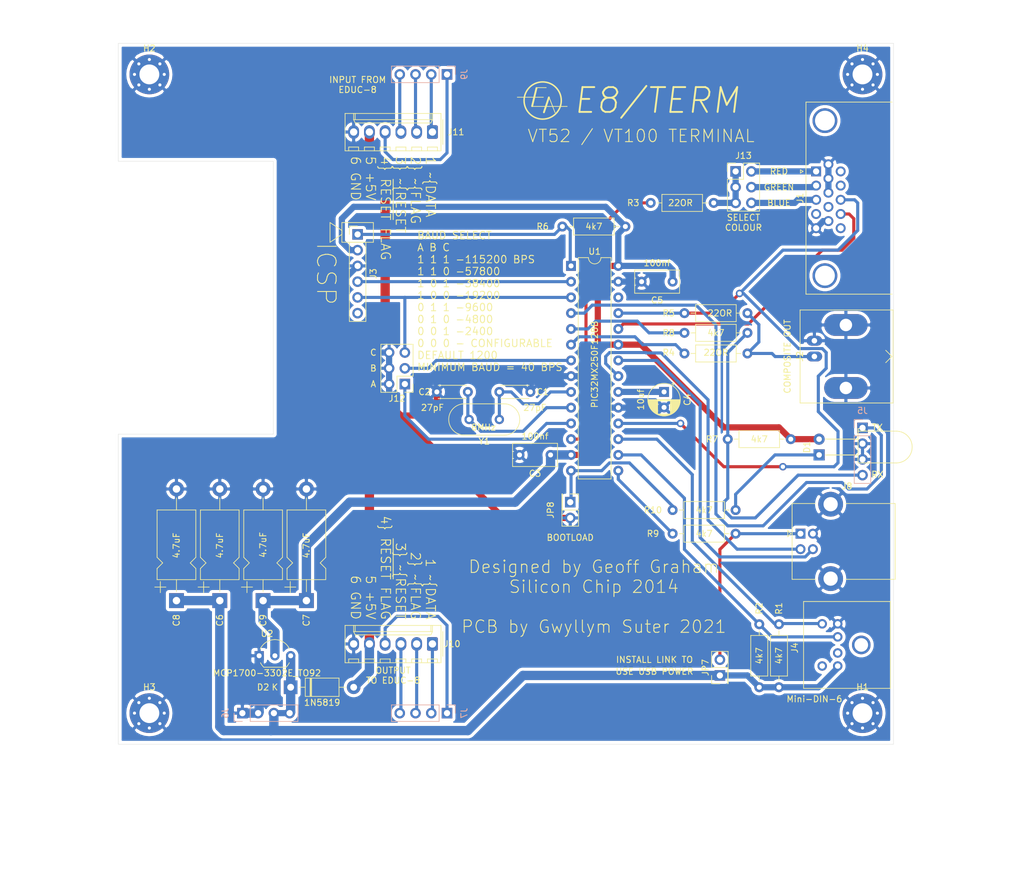
<source format=kicad_pcb>
(kicad_pcb (version 20211014) (generator pcbnew)
  (layers (0 "F.Cu" signal) (31 "B.Cu" signal) (34 "B.Paste" user) (35 "F.Paste" user) (36 "B.SilkS" user "B.Silkscreen") (37 "F.SilkS" user "F.Silkscreen") (38 "B.Mask" user) (39 "F.Mask" user) (44 "Edge.Cuts" user))
  (net 0 "")
  (net 1 "Net-(J1-Pad15)")
  (net 2 "V_SYNC")
  (net 3 "H_SYNC")
  (net 4 "Net-(J1-Pad12)")
  (net 5 "Net-(J1-Pad11)")
  (net 6 "Net-(J1-Pad9)")
  (net 7 "Net-(J1-Pad4)")
  (net 8 "B")
  (net 9 "Net-(U1-Pad26)")
  (net 10 "Net-(D1-Pad1)")
  (net 11 "Net-(J4-Pad6)")
  (net 12 "+5V")
  (net 13 "GND")
  (net 14 "Net-(J4-Pad2)")
  (net 15 "/BLUE")
  (net 16 "/GREEN")
  (net 17 "/RED")
  (net 18 "Net-(J2-Pad1)")
  (net 19 "VIDEO")
  (net 20 "C_VIDEO")
  (net 21 "Net-(J3-Pad6)")
  (net 22 "C")
  (net 23 "PGD")
  (net 24 "+3V3")
  (net 25 "~{MCLR}")
  (net 26 "A")
  (net 27 "Net-(C1-Pad1)")
  (net 28 "Net-(C2-Pad1)")
  (net 29 "Net-(J5-Pad4)")
  (net 30 "RX")
  (net 31 "TX")
  (net 32 "Net-(C4-Pad1)")
  (net 33 "CLOCK")
  (net 34 "DATA")
  (net 35 "D+")
  (net 36 "D-")
  (net 37 "Net-(J8-Pad1)")
  (net 38 "Net-(JP8-Pad1)")
  (net 39 "VBUS")
  (net 40 "rst")
  (net 41 "flag")
  (net 42 "data")
  (net 43 "clock")
  (net 44 "I_rst")
  (net 45 "I_flag")
  (net 46 "I_data")
  (net 47 "I_clock")
  (net 48 "Net-(D2-Pad2)")
  (net 49 "Net-(J13-Pad1)")
  (footprint "Connector_Dsub:DSUB-15-HD_Female_Horizontal_P2.29x1.98mm_EdgePinOffset8.35mm_Housed_MountingHolesOffset10.89mm" (layer "F.Cu") (at 142.52 40.64 90)
    (fp_text reference "J1")
    (fp_text value "DB15_Female_HighDensity")
  )
  (footprint "Altronics:6_pin_mini_din" (layer "F.Cu") (at 146 117 -90)
    (fp_text reference "J4")
    (fp_text value "Mini-DIN-6")
  )
  (footprint "Connector_Coaxial:BNC_Amphenol_B6252HB-NPP3G-50_Horizontal" (layer "F.Cu") (at 142.24 70.485 -90)
    (fp_text reference "J2")
    (fp_text value "COMPOSITE OUT")
  )
  (footprint "Resistor_THT:R_Axial_DIN0207_L6.3mm_D2.5mm_P10.16mm_Horizontal" (layer "F.Cu") (at 136.525 113.665 -90)
    (fp_text reference "R1")
    (fp_text value "4k7")
  )
  (footprint "Resistor_THT:R_Axial_DIN0207_L6.3mm_D2.5mm_P10.16mm_Horizontal" (layer "F.Cu") (at 126 45.72 180)
    (fp_text reference "R3")
    (fp_text value "22OR")
  )
  (footprint "Resistor_THT:R_Axial_DIN0207_L6.3mm_D2.5mm_P10.16mm_Horizontal" (layer "F.Cu") (at 131.445 70 180)
    (fp_text reference "R4")
    (fp_text value "22OR")
  )
  (footprint "Resistor_THT:R_Axial_DIN0207_L6.3mm_D2.5mm_P10.16mm_Horizontal" (layer "F.Cu") (at 131.445 63.5 180)
    (fp_text reference "R5")
    (fp_text value "22OR")
  )
  (footprint "Package_DIP:DIP-28_W7.62mm" (layer "F.Cu") (at 103 55.88)
    (fp_text reference "U1")
    (fp_text value "PIC32MX250F128B")
  )
  (footprint "Connector_PinHeader_2.54mm:PinHeader_1x06_P2.54mm_Vertical" (layer "F.Cu") (at 68.58 50.8)
    (fp_text reference "J3")
    (fp_text value "ICSP")
  )
  (footprint "Resistor_THT:R_Axial_DIN0207_L6.3mm_D2.5mm_P10.16mm_Horizontal" (layer "F.Cu") (at 101.6 49.53)
    (fp_text reference "R6")
    (fp_text value "4k7")
  )
  (footprint "Capacitor_THT:C_Disc_D4.3mm_W1.9mm_P5.00mm" (layer "F.Cu") (at 91.44 76.2)
    (fp_text reference "C1")
    (fp_text value "27pF")
  )
  (footprint "Capacitor_THT:C_Disc_D4.3mm_W1.9mm_P5.00mm" (layer "F.Cu") (at 86.36 76.2 180)
    (fp_text reference "C2")
    (fp_text value "27pF")
  )
  (footprint "Resistor_THT:R_Axial_DIN0207_L6.3mm_D2.5mm_P10.16mm_Horizontal" (layer "F.Cu") (at 133.35 113.665 -90)
    (fp_text reference "R2")
    (fp_text value "4k7")
  )
  (footprint "Resistor_THT:R_Axial_DIN0207_L6.3mm_D2.5mm_P10.16mm_Horizontal" (layer "F.Cu") (at 128.27 83.82)
    (fp_text reference "R7")
    (fp_text value "4k7")
  )
  (footprint "Resistor_THT:R_Axial_DIN0207_L6.3mm_D2.5mm_P10.16mm_Horizontal" (layer "F.Cu") (at 121.285 66.675)
    (fp_text reference "R8")
    (fp_text value "4k7")
  )
  (footprint "Crystal:Crystal_HC49-4H_Vertical" (layer "F.Cu") (at 91.44 80.645 180)
    (fp_text reference "Y1")
    (fp_text value "8MHz")
  )
  (footprint "MountingHole:MountingHole_3.2mm_M3_Pad_Via" (layer "F.Cu") (at 150 128)
    (fp_text reference "H1")
    (fp_text value "M3")
  )
  (footprint "MountingHole:MountingHole_3.2mm_M3_Pad_Via" (layer "F.Cu") (at 35 25)
    (fp_text reference "H2")
    (fp_text value "M3")
  )
  (footprint "MountingHole:MountingHole_3.2mm_M3_Pad_Via" (layer "F.Cu") (at 150 25)
    (fp_text reference "H4")
    (fp_text value "M3")
  )
  (footprint "Capacitor_THT:C_Rect_L7.0mm_W3.5mm_P5.00mm" (layer "F.Cu") (at 99.695 86.36 180)
    (fp_text reference "C3")
    (fp_text value "100nf")
  )
  (footprint "Capacitor_THT:CP_Radial_D5.0mm_P2.50mm" (layer "F.Cu") (at 118 76.2 -90)
    (fp_text reference "C4")
    (fp_text value "10uf")
  )
  (footprint "Capacitor_THT:C_Rect_L7.0mm_W3.5mm_P5.00mm" (layer "F.Cu") (at 119.38 58.42 180)
    (fp_text reference "C5")
    (fp_text value "100nf")
  )
  (footprint "LED_THT:LED_D5.0mm_Horizontal_O6.35mm_Z3.0mm" (layer "F.Cu") (at 143 86.36 90)
    (fp_text reference "D1")
    (fp_text value "LED")
  )
  (footprint "Connector_USB:USB_B_Lumberg_2411_02_Horizontal" (layer "F.Cu") (at 140 99.06)
    (fp_text reference "J8")
    (fp_text value "USB_B")
  )
  (footprint "Connector_PinHeader_2.54mm:PinHeader_2x01_P2.54mm_Vertical" (layer "F.Cu") (at 127 121.92 90)
    (fp_text reference "JP7")
    (fp_text value "USE USB POWER ")
  )
  (footprint "Connector_PinHeader_2.54mm:PinHeader_2x01_P2.54mm_Vertical" (layer "F.Cu") (at 102.87 93.98 -90)
    (fp_text reference "JP8")
    (fp_text value "BOOTLOAD")
  )
  (footprint "Resistor_THT:R_Axial_DIN0207_L6.3mm_D2.5mm_P10.16mm_Horizontal" (layer "F.Cu") (at 119.38 99.06)
    (fp_text reference "R9")
    (fp_text value "4k7")
  )
  (footprint "Resistor_THT:R_Axial_DIN0207_L6.3mm_D2.5mm_P10.16mm_Horizontal" (layer "F.Cu") (at 119.38 95.25)
    (fp_text reference "R10")
    (fp_text value "4k7")
  )
  (footprint "Package_TO_SOT_THT:TO-92_Inline_Wide" (layer "F.Cu") (at 52.705 118.745)
    (fp_text reference "U2")
    (fp_text value "MCP1700-3302E_TO92")
  )
  (footprint "Connector_Molex:Molex_KK-254_AE-6410-06A_1x06_P2.54mm_Vertical" (layer "F.Cu") (at 80.645 116.84 180)
    (fp_text reference "J10")
    (fp_text value "Conn_01x06_Male")
  )
  (footprint "Connector_Molex:Molex_KK-254_AE-6410-06A_1x06_P2.54mm_Vertical" (layer "F.Cu") (at 80.645 34.29 180)
    (fp_text reference "J11")
    (fp_text value "Conn_01x06_Male")
  )
  (footprint "EDUC-8:EA_Symbol" (layer "F.Cu") (at 98.425 29.21)
    (fp_text reference "REF**" hide)
    (fp_text value "EA_Symbol" hide)
  )
  (footprint "Capacitor_THT:CP_Axial_L11.0mm_D6.0mm_P18.00mm_Horizontal" (layer "F.Cu") (at 46.355 109.855 90)
    (fp_text reference "C6")
    (fp_text value "4.7uF")
  )
  (footprint "Capacitor_THT:CP_Axial_L11.0mm_D6.0mm_P18.00mm_Horizontal" (layer "F.Cu") (at 60.325 109.855 90)
    (fp_text reference "C7")
    (fp_text value "4.7uF")
  )
  (footprint "Capacitor_THT:CP_Axial_L11.0mm_D6.0mm_P18.00mm_Horizontal" (layer "F.Cu") (at 39.37 109.855 90)
    (fp_text reference "C8")
    (fp_text value "4.7uF")
  )
  (footprint "Capacitor_THT:CP_Axial_L11.0mm_D6.0mm_P18.00mm_Horizontal" (layer "F.Cu") (at 53.34 109.855 90)
    (fp_text reference "C9")
    (fp_text value "4.7uF")
  )
  (footprint "Diode_THT:D_DO-41_SOD81_P10.16mm_Horizontal" (layer "F.Cu") (at 57.785 123.825)
    (fp_text reference "D2")
    (fp_text value "1N5819")
  )
  (footprint "MountingHole:MountingHole_3.2mm_M3_Pad_Via" (layer "F.Cu") (at 35 128)
    (fp_text reference "H3")
    (fp_text value "M3")
  )
  (footprint "Connector_PinHeader_2.54mm:PinHeader_2x03_P2.54mm_Vertical" (layer "F.Cu") (at 76.2 74.93 180)
    (fp_text reference "J12")
    (fp_text value "Conn_02x03_Odd_Even" hide)
  )
  (footprint "Connector_PinHeader_2.54mm:PinHeader_2x03_P2.54mm_Vertical" (layer "F.Cu") (at 129.54 40.64)
    (fp_text reference "J13")
    (fp_text value "Conn_02x03_Odd_Even")
  )
  (footprint "Connector_PinSocket_2.54mm:PinSocket_1x04_P2.54mm_Vertical" (layer "B.Cu") (at 150 82 180)
    (fp_text reference "J5")
    (fp_text value "Conn_01x04_Female")
  )
  (footprint "Connector_PinSocket_2.54mm:PinSocket_1x04_P2.54mm_Vertical" (layer "B.Cu") (at 50 128 -90)
    (fp_text reference "J6")
    (fp_text value "Conn_01x04_Female")
  )
  (footprint "Connector_PinSocket_2.54mm:PinSocket_1x04_P2.54mm_Vertical" (layer "B.Cu") (at 83 128 90)
    (fp_text reference "J7")
    (fp_text value "Conn_01x04_Female")
  )
  (footprint "Connector_PinSocket_2.54mm:PinSocket_1x04_P2.54mm_Vertical" (layer "B.Cu") (at 83 25 90)
    (fp_text reference "J9")
    (fp_text value "Conn_01x04_Female" hide)
  )
  (gr_line (start 66.04 52.07) (end 66.04 48.895) (layer "F.SilkS") (width 0.12))
  (gr_line (start 66.04 50.8) (end 66.04 50.165) (layer "F.SilkS") (width 0.12))
  (gr_line (start 64.135 52.07) (end 66.04 50.8) (layer "F.SilkS") (width 0.12))
  (gr_line (start 66.04 50.165) (end 64.135 48.895) (layer "F.SilkS") (width 0.12))
  (gr_line (start 66.04 48.895) (end 71.12 48.895) (layer "F.SilkS") (width 0.12))
  (gr_line (start 71.12 52.07) (end 66.04 52.07) (layer "F.SilkS") (width 0.12))
  (gr_line (start 71.12 48.895) (end 71.12 52.07) (layer "F.SilkS") (width 0.12))
  (gr_line (start 64.135 48.895) (end 64.135 52.07) (layer "F.SilkS") (width 0.12))
  (gr_line (start 30 33) (end 30 20) (layer "Edge.Cuts") (width 0.05))
  (gr_line (start 55 39) (end 55 83) (layer "Edge.Cuts") (width 0.05))
  (gr_line (start 30 83) (end 55 83) (layer "Edge.Cuts") (width 0.05))
  (gr_line (start 155 133) (end 30 133) (layer "Edge.Cuts") (width 0.05))
  (gr_line (start 155 20) (end 155 133) (layer "Edge.Cuts") (width 0.05))
  (gr_line (start 30 133) (end 30 83) (layer "Edge.Cuts") (width 0.05))
  (gr_line (start 30 33) (end 30 39) (layer "Edge.Cuts") (width 0.05))
  (gr_line (start 30 20) (end 155 20) (layer "Edge.Cuts") (width 0.05))
  (gr_line (start 30 39) (end 55 39) (layer "Edge.Cuts") (width 0.05))
  (gr_text "1 ~{DATA\n2} ~{FLAG\n3} ~{RESET\n4} ~{RESET} FLAG\n5 +5V\n6 GND" (at 74.295 38.1 -90) (layer "F.SilkS") (effects (font (size 1.5 1.5)) (justify left)))
  (gr_text "Designed by Geoff Graham\nSilicon Chip 2014\n\nPCB by Gwyllym Suter 2021" (at 106.68 109.22) (layer "F.SilkS") (effects (font (size 2 2))))
  (gr_text "TX" (at 152.4 81.915) (layer "F.SilkS") (effects (font (size 1 1))))
  (gr_text "1 ~{DATA\n2} ~{FLAG\n3} ~{RESET\n4} ~{RESET} FLAG\n5 +5V\n6 GND" (at 74.295 113.03 -90) (layer "F.SilkS") (effects (font (size 1.5 1.5)) (justify right)))
  (gr_text "RED" (at 136.525 40.64) (layer "F.SilkS") (effects (font (size 1 1))))
  (gr_text "A" (at 71.12 74.93) (layer "F.SilkS") (effects (font (size 1 1))))
  (gr_text "B" (at 71.12 72.39) (layer "F.SilkS") (effects (font (size 1 1))))
  (gr_text "BLUE" (at 136.525 45.72) (layer "F.SilkS") (effects (font (size 1 1))))
  (gr_text "VT52 / VT100 TERMINAL" (at 114.3 34.925) (layer "F.SilkS") (effects (font (size 2 2))))
  (gr_text "INPUT FROM\nEDUC-8" (at 68.58 26.67) (layer "F.SilkS") (effects (font (size 1 1))))
  (gr_text "E8/TERM" (at 116.84 29.21) (layer "F.SilkS") (effects (font (size 4 4) (thickness 0.3) italic)))
  (gr_text "ICSP" (at 63.5 57.15 -90) (layer "F.SilkS") (effects (font (size 3 3))))
  (gr_text "GREEN" (at 136.525 43.18) (layer "F.SilkS") (effects (font (size 1 1))))
  (gr_text "RX" (at 152.4 89.535) (layer "F.SilkS") (effects (font (size 1 1))))
  (gr_text "SELECT\nCOLOUR" (at 130.81 48.895) (layer "F.SilkS") (effects (font (size 1 1))))
  (gr_text "INSTALL LINK TO " (at 116.84 119.38) (layer "F.SilkS") (effects (font (size 1 1))))
  (gr_text "C" (at 71.12 69.85) (layer "F.SilkS") (effects (font (size 1 1))))
  (gr_text "BAUD SELECT\nA B C\n1 1 1 -115200 BPS\n1 1 0 -57800\n1 0 1 -38400\n1 0 0 -19200\n0 1 1 -9600\n0 1 0 -4800\n0 0 1 -2400\n0 0 0 - CONFIGURABLE\nDEFAULT 1200\nMINIMUM BAUD = 40 BPS\n" (at 78.105 61.595) (layer "F.SilkS") (effects (font (size 1.2 1.2)) (justify left)))
  (gr_text "OUTPUT\nTO EDUC-8" (at 74.295 121.92) (layer "F.SilkS") (effects (font (size 1 1))))
  (segment (start 148.59 48.26) (end 147.84 47.51) (width 0.5) (layer "F.Cu") (net 2))
  (segment (start 146.685 53.34) (end 148.59 51.435) (width 0.5) (layer "F.Cu") (net 2))
  (segment (start 131.609999 65.240001) (end 143.51 53.34) (width 0.5) (layer "F.Cu") (net 2))
  (segment (start 148.59 51.435) (end 148.59 48.26) (width 0.5) (layer "F.Cu") (net 2))
  (segment (start 143.51 53.34) (end 146.685 53.34) (width 0.5) (layer "F.Cu") (net 2))
  (segment (start 110.62 66.04) (end 111.419999 65.240001) (width 0.5) (layer "F.Cu") (net 2))
  (segment (start 147.84 47.51) (end 146.48 47.51) (width 0.5) (layer "F.Cu") (net 2))
  (segment (start 111.419999 65.240001) (end 131.609999 65.240001) (width 0.5) (layer "F.Cu") (net 2))
  (segment (start 127.635 88.265) (end 120.65 81.28) (width 0.5) (layer "F.Cu") (net 3))
  (segment (start 137.16 88.265) (end 127.635 88.265) (width 0.5) (layer "F.Cu") (net 3))
  (segment (start 127 63.5) (end 121.285 63.5) (width 0.5) (layer "F.Cu") (net 3))
  (segment (start 130.175 60.325) (end 127 63.5) (width 0.5) (layer "F.Cu") (net 3))
  (via (at 120.65 81.28) (size 1.2) (drill 0.7) (layers "F.Cu" "B.Cu") (net 3))
  (via (at 137.16 88.265) (size 1.2) (drill 0.7) (layers "F.Cu" "B.Cu") (net 3))
  (via (at 130.175 60.325) (size 1.2) (drill 0.7) (layers "F.Cu" "B.Cu") (net 3))
  (segment (start 139.7 69.215) (end 130.81 60.325) (width 0.5) (layer "B.Cu") (net 3))
  (segment (start 137.16 53.34) (end 130.175 60.325) (width 0.5) (layer "B.Cu") (net 3))
  (segment (start 130.81 60.325) (end 130.175 60.325) (width 0.5) (layer "B.Cu") (net 3))
  (segment (start 143.51 69.215) (end 139.7 69.215) (width 0.5) (layer "B.Cu") (net 3))
  (segment (start 146.05 82.55) (end 142.875 79.375) (width 0.5) (layer "B.Cu") (net 3))
  (segment (start 137.16 88.265) (end 145.415 88.265) (width 0.5) (layer "B.Cu") (net 3))
  (segment (start 146.05 53.34) (end 137.16 53.34) (width 0.5) (layer "B.Cu") (net 3))
  (segment (start 149.225 45.72) (end 149.225 50.165) (width 0.5) (layer "B.Cu") (net 3))
  (segment (start 148.725 45.22) (end 149.225 45.72) (width 0.5) (layer "B.Cu") (net 3))
  (segment (start 110.62 63.5) (end 121.285 63.5) (width 0.5) (layer "B.Cu") (net 3))
  (segment (start 146.48 45.22) (end 148.725 45.22) (width 0.5) (layer "B.Cu") (net 3))
  (segment (start 120.65 81.28) (end 110.62 81.28) (width 0.5) (layer "B.Cu") (net 3))
  (segment (start 143.51 69.215) (end 144.145 69.85) (width 0.5) (layer "B.Cu") (net 3))
  (segment (start 142.875 73.66) (end 144.145 72.39) (width 0.5) (layer "B.Cu") (net 3))
  (segment (start 144.145 72.39) (end 144.145 69.85) (width 0.5) (layer "B.Cu") (net 3))
  (segment (start 146.05 87.63) (end 146.05 82.55) (width 0.5) (layer "B.Cu") (net 3))
  (segment (start 145.415 88.265) (end 146.05 87.63) (width 0.5) (layer "B.Cu") (net 3))
  (segment (start 149.225 50.165) (end 146.05 53.34) (width 0.5) (layer "B.Cu") (net 3))
  (segment (start 142.875 79.375) (end 142.875 73.66) (width 0.5) (layer "B.Cu") (net 3))
  (segment (start 80.01 72.39) (end 76.835 72.39) (width 0.5) (layer "B.Cu") (net 8))
  (segment (start 76.835 72.39) (end 76.2 73.025) (width 0.5) (layer "B.Cu") (net 8))
  (segment (start 103 71.12) (end 81.28 71.12) (width 0.5) (layer "B.Cu") (net 8))
  (segment (start 81.28 71.12) (end 80.01 72.39) (width 0.5) (layer "B.Cu") (net 8))
  (segment (start 129.54 92.71) (end 129.54 95.25) (width 0.5) (layer "B.Cu") (net 10))
  (segment (start 143 86.36) (end 135.89 86.36) (width 0.5) (layer "B.Cu") (net 10))
  (segment (start 135.89 86.36) (end 129.54 92.71) (width 0.5) (layer "B.Cu") (net 10))
  (segment (start 46.99 130.81) (end 54.61 130.81) (width 1.5) (layer "B.Cu") (net 12))
  (segment (start 146 120.7) (end 146 120.45) (width 1) (layer "B.Cu") (net 12))
  (segment (start 46.355 109.855) (end 46.355 130.175) (width 1.5) (layer "B.Cu") (net 12))
  (segment (start 127 121.92) (end 131.445 121.92) (width 1) (layer "B.Cu") (net 12))
  (segment (start 55.08 130.34) (end 55.08 128) (width 1.5) (layer "B.Cu") (net 12))
  (segment (start 39.37 109.855) (end 46.355 109.855) (width 1.5) (layer "B.Cu") (net 12))
  (segment (start 46.355 130.175) (end 46.99 130.81) (width 1.5) (layer "B.Cu") (net 12))
  (segment (start 55.08 128) (end 57.62 128) (width 1) (layer "B.Cu") (net 12))
  (segment (start 142.875 123.825) (end 146 120.7) (width 1) (layer "B.Cu") (net 12))
  (segment (start 86.36 130.81) (end 95.25 121.92) (width 1.5) (layer "B.Cu") (net 12))
  (segment (start 54.61 130.81) (end 86.36 130.81) (width 1.5) (layer "B.Cu") (net 12))
  (segment (start 57.785 118.745) (end 57.785 127.835) (width 1.5) (layer "B.Cu") (net 12))
  (segment (start 136.525 123.825) (end 142.875 123.825) (width 1) (layer "B.Cu") (net 12))
  (segment (start 57.785 127.835) (end 57.62 128) (width 1.5) (layer "B.Cu") (net 12))
  (segment (start 54.61 130.81) (end 55.08 130.34) (width 1.5) (layer "B.Cu") (net 12))
  (segment (start 95.25 121.92) (end 127 121.92) (width 1.5) (layer "B.Cu") (net 12))
  (segment (start 57.54 127.92) (end 57.62 128) (width 1) (layer "B.Cu") (net 12))
  (segment (start 133.35 123.825) (end 136.525 123.825) (width 1) (layer "B.Cu") (net 12))
  (segment (start 131.445 121.92) (end 133.35 123.825) (width 1) (layer "B.Cu") (net 12))
  (segment (start 81.36 78.66) (end 80.01 80.01) (width 1) (layer "F.Cu") (net 13))
  (segment (start 73.66 78.105) (end 73.66 74.93) (width 1) (layer "F.Cu") (net 13))
  (segment (start 102.87 96.52) (end 92.075 96.52) (width 1) (layer "F.Cu") (net 13))
  (segment (start 92.075 96.52) (end 73.66 78.105) (width 1) (layer "F.Cu") (net 13))
  (segment (start 80.01 80.01) (end 75.565 80.01) (width 1) (layer "F.Cu") (net 13))
  (segment (start 75.565 80.01) (end 73.66 78.105) (width 1) (layer "F.Cu") (net 13))
  (segment (start 81.36 76.2) (end 81.36 78.66) (width 1) (layer "F.Cu") (net 13))
  (segment (start 66.04 58.42) (end 68.58 55.88) (width 1) (layer "B.Cu") (net 13))
  (segment (start 109.22 78.74) (end 110.62 78.74) (width 1) (layer "B.Cu") (net 13))
  (segment (start 81.915 73.66) (end 81.28 74.295) (width 1) (layer "B.Cu") (net 13))
  (segment (start 144.5 48.655) (end 143.665 48.655) (width 1) (layer "B.Cu") (net 13))
  (segment (start 94.695 86.36) (end 76.2 86.36) (width 1) (layer "B.Cu") (net 13))
  (segment (start 97.155 73.66) (end 81.915 73.66) (width 1) (layer "B.Cu") (net 13))
  (segment (start 103 73.66) (end 104.14 73.66) (width 1) (layer "B.Cu") (net 13))
  (segment (start 52.54 128) (end 50 128) (width 1.5) (layer "B.Cu") (net 13))
  (segment (start 144.5 39.495) (end 144.5 44.075) (width 1) (layer "B.Cu") (net 13))
  (segment (start 73.66 69.85) (end 67.945 69.85) (width 1) (layer "B.Cu") (net 13))
  (segment (start 67.945 69.85) (end 66.04 67.945) (width 1) (layer "B.Cu") (net 13))
  (segment (start 97.155 73.66) (end 96.52 74.295) (width 1) (layer "B.Cu") (net 13))
  (segment (start 96.52 74.295) (end 96.52 76.2) (width 1) (layer "B.Cu") (net 13))
  (segment (start 103 73.66) (end 97.155 73.66) (width 1) (layer "B.Cu") (net 13))
  (segment (start 143.665 48.655) (end 142.52 49.8) (width 1) (layer "B.Cu") (net 13))
  (segment (start 81.28 74.295) (end 81.28 76.2) (width 1) (layer "B.Cu") (net 13))
  (segment (start 76.2 86.36) (end 73.66 83.82) (width 1) (layer "B.Cu") (net 13))
  (segment (start 52.705 127.835) (end 52.54 128) (width 1.5) (layer "B.Cu") (net 13))
  (segment (start 66.04 67.945) (end 66.04 58.42) (width 1) (layer "B.Cu") (net 13))
  (segment (start 110.62 78.74) (end 117.96 78.74) (width 1) (layer "B.Cu") (net 13))
  (segment (start 110.62 58.42) (end 114.38 58.42) (width 1) (layer "B.Cu") (net 13))
  (segment (start 52.705 118.745) (end 52.705 127.835) (width 1.5) (layer "B.Cu") (net 13))
  (segment (start 117.96 78.74) (end 118 78.7) (width 1) (layer "B.Cu") (net 13))
  (segment (start 73.66 76.2) (end 73.66 69.85) (width 1) (layer "B.Cu") (net 13))
  (segment (start 73.66 83.82) (end 73.66 76.2) (width 1) (layer "B.Cu") (net 13))
  (segment (start 52.54 123.355) (end 52.54 128) (width 1) (layer "B.Cu") (net 13))
  (segment (start 104.14 73.66) (end 109.22 78.74) (width 1) (layer "B.Cu") (net 13))
  (segment (start 132.08 45.72) (end 139.065 45.72) (width 1) (layer "B.Cu") (net 15))
  (segment (start 139.065 45.72) (end 139.565 45.22) (width 1) (layer "B.Cu") (net 15))
  (segment (start 139.565 45.22) (end 142.52 45.22) (width 1) (layer "B.Cu") (net 15))
  (segment (start 132.08 43.18) (end 142.27 43.18) (width 1) (layer "B.Cu") (net 16))
  (segment (start 142.27 43.18) (end 142.52 42.93) (width 1) (layer "B.Cu") (net 16))
  (segment (start 132.08 40.64) (end 142.52 40.64) (width 1) (layer "B.Cu") (net 17))
  (segment (start 131.445 70) (end 133.284989 68.160011) (width 0.5) (layer "B.Cu") (net 18))
  (segment (start 131.445 70) (end 135.405 70) (width 0.5) (layer "B.Cu") (net 18))
  (segment (start 135.905 70.5) (end 142.225 70.5) (width 0.5) (layer "B.Cu") (net 18))
  (segment (start 133.284989 68.160011) (end 133.284989 65.339989) (width 0.5) (layer "B.Cu") (net 18))
  (segment (start 142.225 70.5) (end 142.24 70.485) (width 0.5) (layer "B.Cu") (net 18))
  (segment (start 133.284989 65.339989) (end 131.445 63.5) (width 0.5) (layer "B.Cu") (net 18))
  (segment (start 135.405 70) (end 135.905 70.5) (width 0.5) (layer "B.Cu") (net 18))
  (segment (start 104.14 83.82) (end 105.41 82.55) (width 0.5) (layer "F.Cu") (net 19))
  (segment (start 103 83.82) (end 104.14 83.82) (width 0.5) (layer "F.Cu") (net 19))
  (segment (start 105.41 82.55) (end 105.41 52.07) (width 0.5) (layer "F.Cu") (net 19))
  (segment (start 105.41 52.07) (end 111.76 45.72) (width 0.5) (layer "F.Cu") (net 19))
  (segment (start 111.76 45.72) (end 115.84 45.72) (width 0.5) (layer "F.Cu") (net 19))
  (segment (start 121.285 70) (end 119.865 68.58) (width 0.5) (layer "B.Cu") (net 20))
  (segment (start 114.580036 68.58) (end 113.310036 67.31) (width 0.5) (layer "B.Cu") (net 20))
  (segment (start 119.865 68.58) (end 114.580036 68.58) (width 0.5) (layer "B.Cu") (net 20))
  (segment (start 113.310036 67.31) (end 104.27 67.31) (width 0.5) (layer "B.Cu") (net 20))
  (segment (start 103.799999 67.780001) (end 103 68.58) (width 0.5) (layer "B.Cu") (net 20))
  (segment (start 104.27 67.31) (end 103.799999 67.780001) (width 0.5) (layer "B.Cu") (net 20))
  (segment (start 76.2 69.85) (end 76.2 60.96) (width 0.5) (layer "B.Cu") (net 22))
  (segment (start 76.2 60.96) (end 103 60.96) (width 0.5) (layer "B.Cu") (net 22))
  (segment (start 68.58 60.96) (end 76.2 60.96) (width 0.5) (layer "B.Cu") (net 22))
  (segment (start 68.58 58.42) (end 103 58.42) (width 0.5) (layer "B.Cu") (net 23))
  (segment (start 114.3 68.58) (end 127.635 81.915) (width 1) (layer "F.Cu") (net 24))
  (segment (start 110.62 68.58) (end 114.3 68.58) (width 1) (layer "F.Cu") (net 24))
  (segment (start 110.62 55.88) (end 107.95 55.88) (width 1) (layer "F.Cu") (net 24))
  (segment (start 107.95 68.58) (end 110.62 68.58) (width 1) (layer "F.Cu") (net 24))
  (segment (start 136.525 81.915) (end 138.43 83.82) (width 1) (layer "F.Cu") (net 24))
  (segment (start 104.775 86.36) (end 107.315 83.82) (width 1) (layer "F.Cu") (net 24))
  (segment (start 138.43 83.82) (end 143 83.82) (width 1) (layer "F.Cu") (net 24))
  (segment (start 107.95 55.88) (end 107.315 56.515) (width 1) (layer "F.Cu") (net 24))
  (segment (start 107.315 56.515) (end 107.315 69.215) (width 1) (layer "F.Cu") (net 24))
  (segment (start 127.635 81.915) (end 136.525 81.915) (width 1) (layer "F.Cu") (net 24))
  (segment (start 107.315 69.215) (end 107.95 68.58) (width 1) (layer "F.Cu") (net 24))
  (segment (start 103 86.36) (end 104.775 86.36) (width 1) (layer "F.Cu") (net 24))
  (segment (start 107.315 83.82) (end 107.315 69.215) (width 1) (layer "F.Cu") (net 24))
  (segment (start 99.695 88.265) (end 99.695 86.36) (width 1.5) (layer "B.Cu") (net 24))
  (segment (start 55.245 118.745) (end 55.245 114.935) (width 1.5) (layer "B.Cu") (net 24))
  (segment (start 110.62 55.88) (end 110.62 50.67) (width 1) (layer "B.Cu") (net 24))
  (segment (start 67.945 46.355) (end 66.04 48.26) (width 1) (layer "B.Cu") (net 24))
  (segment (start 110.62 55.88) (end 118.745 55.88) (width 1) (layer "B.Cu") (net 24))
  (segment (start 67.377919 53.34) (end 68.58 53.34) (width 1) (layer "B.Cu") (net 24))
  (segment (start 108.585 46.355) (end 67.945 46.355) (width 1) (layer "B.Cu") (net 24))
  (segment (start 53.34 113.03) (end 53.34 109.855) (width 1.5) (layer "B.Cu") (net 24))
  (segment (start 119.38 56.515) (end 119.38 58.42) (width 1) (layer "B.Cu") (net 24))
  (segment (start 66.04 52.002081) (end 67.377919 53.34) (width 1) (layer "B.Cu") (net 24))
  (segment (start 66.04 48.26) (end 66.04 52.002081) (width 1) (layer "B.Cu") (net 24))
  (segment (start 99.695 86.36) (end 103 86.36) (width 1.5) (layer "B.Cu") (net 24))
  (segment (start 60.325 100.965) (end 67.31 93.98) (width 1.5) (layer "B.Cu") (net 24))
  (segment (start 93.98 93.98) (end 99.695 88.265) (width 1.5) (layer "B.Cu") (net 24))
  (segment (start 110.62 50.67) (end 111.76 49.53) (width 1) (layer "B.Cu") (net 24))
  (segment (start 55.245 114.935) (end 53.34 113.03) (width 1.5) (layer "B.Cu") (net 24))
  (segment (start 118.745 55.88) (end 119.38 56.515) (width 1) (layer "B.Cu") (net 24))
  (segment (start 111.76 49.53) (end 108.585 46.355) (width 1) (layer "B.Cu") (net 24))
  (segment (start 53.34 109.855) (end 60.325 109.855) (width 1.5) (layer "B.Cu") (net 24))
  (segment (start 67.31 93.98) (end 93.98 93.98) (width 1.5) (layer "B.Cu") (net 24))
  (segment (start 60.325 109.855) (end 60.325 100.965) (width 1.5) (layer "B.Cu") (net 24))
  (segment (start 100.33 50.8) (end 101.6 49.53) (width 0.5) (layer "B.Cu") (net 25))
  (segment (start 102.235 49.53) (end 102.87 50.165) (width 0.5) (layer "B.Cu") (net 25))
  (segment (start 102.87 55.75) (end 103 55.88) (width 0.5) (layer "B.Cu") (net 25))
  (segment (start 101.6 49.53) (end 102.235 49.53) (width 0.5) (layer "B.Cu") (net 25))
  (segment (start 68.58 50.8) (end 100.33 50.8) (width 0.5) (layer "B.Cu") (net 25))
  (segment (start 102.87 50.165) (end 102.87 55.75) (width 0.5) (layer "B.Cu") (net 25))
  (segment (start 99.06 81.28) (end 103 81.28) (width 0.5) (layer "B.Cu") (net 26))
  (segment (start 76.2 74.93) (end 76.2 80.01) (width 0.5) (layer "B.Cu") (net 26))
  (segment (start 96.52 83.82) (end 99.06 81.28) (width 0.5) (layer "B.Cu") (net 26))
  (segment (start 80.01 83.82) (end 96.52 83.82) (width 0.5) (layer "B.Cu") (net 26))
  (segment (start 76.2 80.01) (end 80.01 83.82) (width 0.5) (layer "B.Cu") (net 26))
  (segment (start 99.695 76.2) (end 97.79 78.105) (width 0.5) (layer "B.Cu") (net 27))
  (segment (start 103 76.2) (end 99.695 76.2) (width 0.5) (layer "B.Cu") (net 27))
  (segment (start 97.79 78.105) (end 95.25 78.105) (width 0.5) (layer "B.Cu") (net 27))
  (segment (start 93.345 76.2) (end 91.44 76.2) (width 0.5) (layer "B.Cu") (net 27))
  (segment (start 95.25 78.105) (end 93.345 76.2) (width 0.5) (layer "B.Cu") (net 27))
  (segment (start 91.44 76.2) (end 91.44 80.645) (width 0.5) (layer "B.Cu") (net 27))
  (segment (start 99.06 78.74) (end 95.25 82.55) (width 0.5) (layer "B.Cu") (net 28))
  (segment (start 95.25 82.55) (end 88.465 82.55) (width 0.5) (layer "B.Cu") (net 28))
  (segment (start 103 78.74) (end 99.06 78.74) (width 0.5) (layer "B.Cu") (net 28))
  (segment (start 86.36 80.445) (end 86.56 80.645) (width 0.5) (layer "B.Cu") (net 28))
  (segment (start 88.465 82.55) (end 86.56 80.645) (width 0.5) (layer "B.Cu") (net 28))
  (segment (start 86.36 76.2) (end 86.36 80.445) (width 0.5) (layer "B.Cu") (net 28))
  (segment (start 128.27 93.345) (end 128.27 83.82) (width 0.5) (layer "B.Cu") (net 29))
  (segment (start 139.615 89.62) (end 132.715 96.52) (width 0.5) (layer "B.Cu") (net 29))
  (segment (start 128.27 69.85) (end 128.27 83.82) (width 0.5) (layer "B.Cu") (net 29))
  (segment (start 150 89.62) (end 139.615 89.62) (width 0.5) (layer "B.Cu") (net 29))
  (segment (start 128.905 96.52) (end 127.700011 95.315011) (width 0.5) (layer "B.Cu") (net 29))
  (segment (start 131.445 66.675) (end 128.27 69.85) (width 0.5) (layer "B.Cu") (net 29))
  (segment (start 127.700011 93.914989) (end 128.27 93.345) (width 0.5) (layer "B.Cu") (net 29))
  (segment (start 127.700011 95.315011) (end 127.700011 93.914989) (width 0.5) (layer "B.Cu") (net 29))
  (segment (start 132.715 96.52) (end 128.905 96.52) (width 0.5) (layer "B.Cu") (net 29))
  (segment (start 106.977501 64.789999) (end 113.684999 64.789999) (width 0.5) (layer "B.Cu") (net 30))
  (segment (start 105.7275 66.04) (end 106.977501 64.789999) (width 0.5) (layer "B.Cu") (net 30))
  (segment (start 115.57 66.675) (end 121.285 66.675) (width 0.5) (layer "B.Cu") (net 30))
  (segment (start 113.684999 64.789999) (end 115.57 66.675) (width 0.5) (layer "B.Cu") (net 30))
  (segment (start 103 66.04) (end 105.7275 66.04) (width 0.5) (layer "B.Cu") (net 30))
  (segment (start 126.365 95.885) (end 126.365 65.405) (width 0.5) (layer "B.Cu") (net 31))
  (segment (start 150.710001 91.859999) (end 147.739999 91.859999) (width 0.5) (layer "B.Cu") (net 31))
  (segment (start 146.685 90.805) (end 140.97 90.805) (width 0.5) (layer "B.Cu") (net 31))
  (segment (start 140.97 90.805) (end 133.985 97.79) (width 0.5) (layer "B.Cu") (net 31))
  (segment (start 123.170001 62.210001) (end 106.419963 62.210001) (width 0.5) (layer "B.Cu") (net 31))
  (segment (start 150 82) (end 151.85 82) (width 0.5) (layer "B.Cu") (net 31))
  (segment (start 106.419963 62.210001) (end 105.129964 63.5) (width 0.5) (layer "B.Cu") (net 31))
  (segment (start 153.035 89.535) (end 150.710001 91.859999) (width 0.5) (layer "B.Cu") (net 31))
  (segment (start 105.129964 63.5) (end 103 63.5) (width 0.5) (layer "B.Cu") (net 31))
  (segment (start 147.739999 91.859999) (end 146.685 90.805) (width 0.5) (layer "B.Cu") (net 31))
  (segment (start 133.985 97.79) (end 128.27 97.79) (width 0.5) (layer "B.Cu") (net 31))
  (segment (start 128.27 97.79) (end 126.365 95.885) (width 0.5) (layer "B.Cu") (net 31))
  (segment (start 153.035 83.185) (end 153.035 89.535) (width 0.5) (layer "B.Cu") (net 31))
  (segment (start 151.85 82) (end 153.035 83.185) (width 0.5) (layer "B.Cu") (net 31))
  (segment (start 126.365 65.405) (end 123.170001 62.210001) (width 0.5) (layer "B.Cu") (net 31))
  (segment (start 110.62 76.2) (end 118 76.2) (width 1) (layer "B.Cu") (net 32))
  (segment (start 122.555 100.33) (end 122.555 89.535) (width 0.5) (layer "B.Cu") (net 33))
  (segment (start 110.62 83.82) (end 116.84 83.82) (width 0.5) (layer "B.Cu") (net 33))
  (segment (start 122.555 89.535) (end 116.84 83.82) (width 0.5) (layer "B.Cu") (net 33))
  (segment (start 135.775 113.55) (end 122.555 100.33) (width 0.5) (layer "B.Cu") (net 33))
  (segment (start 143.5 113.55) (end 135.775 113.55) (width 0.5) (layer "B.Cu") (net 33))
  (segment (start 121.285 93.345) (end 114.3 86.36) (width 0.5) (layer "B.Cu") (net 34))
  (segment (start 146 115.7) (end 135.385 115.7) (width 0.5) (layer "B.Cu") (net 34))
  (segment (start 114.3 86.36) (end 110.62 86.36) (width 0.5) (layer "B.Cu") (net 34))
  (segment (start 121.285 101.6) (end 121.285 93.345) (width 0.5) (layer "B.Cu") (net 34))
  (segment (start 135.385 115.7) (end 121.285 101.6) (width 0.5) (layer "B.Cu") (net 34))
  (segment (start 123.825 99.695) (end 123.825 78.105) (width 0.5) (layer "B.Cu") (net 35))
  (segment (start 123.825 78.105) (end 116.84 71.12) (width 0.5) (layer "B.Cu") (net 35))
  (segment (start 140.749999 102.810001) (end 126.940001 102.810001) (width 0.5) (layer "B.Cu") (net 35))
  (segment (start 142 101.56) (end 140.749999 102.810001) (width 0.5) (layer "B.Cu") (net 35))
  (segment (start 126.940001 102.810001) (end 123.825 99.695) (width 0.5) (layer "B.Cu") (net 35))
  (segment (start 116.84 71.12) (end 110.62 71.12) (width 0.5) (layer "B.Cu") (net 35))
  (segment (start 115.037553 69.85) (end 109.22 69.85) (width 0.5) (layer "B.Cu") (net 36))
  (segment (start 129.780036 101.56) (end 125.095 96.874964) (width 0.5) (layer "B.Cu") (net 36))
  (segment (start 117.540011 69.915011) (end 115.102564 69.915011) (width 0.5) (layer "B.Cu") (net 36))
  (segment (start 140 101.56) (end 129.780036 101.56) (width 0.5) (layer "B.Cu") (net 36))
  (segment (start 115.102564 69.915011) (end 115.037553 69.85) (width 0.5) (layer "B.Cu") (net 36))
  (segment (start 109.22 69.85) (end 108.585 70.485) (width 0.5) (layer "B.Cu") (net 36))
  (segment (start 125.095 96.874964) (end 125.095 77.47) (width 0.5) (layer "B.Cu") (net 36))
  (segment (start 108.585 70.485) (end 108.585 71.625) (width 0.5) (layer "B.Cu") (net 36))
  (segment (start 125.095 77.47) (end 117.540011 69.915011) (width 0.5) (layer "B.Cu") (net 36))
  (segment (start 108.585 71.625) (end 110.62 73.66) (width 0.5) (layer "B.Cu") (net 36))
  (segment (start 127 101.6) (end 129.54 99.06) (width 0.5) (layer "F.Cu") (net 37))
  (segment (start 127 119.38) (end 127 101.6) (width 0.5) (layer "F.Cu") (net 37))
  (segment (start 140 99.06) (end 129.54 99.06) (width 0.5) (layer "B.Cu") (net 37))
  (segment (start 109.200001 87.649999) (end 112.414999 87.649999) (width 0.5) (layer "B.Cu") (net 38))
  (segment (start 103 88.9) (end 107.95 88.9) (width 0.5) (layer "B.Cu") (net 38))
  (segment (start 112.414999 87.649999) (end 119.38 94.615) (width 0.5) (layer "B.Cu") (net 38))
  (segment (start 103 88.9) (end 103 93.85) (width 0.5) (layer "B.Cu") (net 38))
  (segment (start 107.95 88.9) (end 109.200001 87.649999) (width 0.5) (layer "B.Cu") (net 38))
  (segment (start 119.38 94.615) (end 119.38 95.25) (width 0.5) (layer "B.Cu") (net 38))
  (segment (start 103 93.85) (end 102.87 93.98) (width 0.5) (layer "B.Cu") (net 38))
  (segment (start 110.62 88.9) (end 110.62 90.3) (width 0.5) (layer "B.Cu") (net 39))
  (segment (start 110.62 90.3) (end 119.38 99.06) (width 0.5) (layer "B.Cu") (net 39))
  (segment (start 75.38 25) (end 75.38 34.105) (width 0.5) (layer "B.Cu") (net 40))
  (segment (start 75.38 34.105) (end 75.565 34.29) (width 0.5) (layer "B.Cu") (net 40))
  (segment (start 77.92 34.105) (end 78.105 34.29) (width 0.5) (layer "B.Cu") (net 41))
  (segment (start 77.92 25) (end 77.92 34.105) (width 0.5) (layer "B.Cu") (net 41))
  (segment (start 80.46 25) (end 80.46 34.105) (width 0.5) (layer "B.Cu") (net 42))
  (segment (start 80.46 34.105) (end 80.645 34.29) (width 0.5) (layer "B.Cu") (net 42))
  (segment (start 73.025 37.465) (end 73.025 34.29) (width 0.5) (layer "B.Cu") (net 43))
  (segment (start 83 37.65) (end 81.915 38.735) (width 0.5) (layer "B.Cu") (net 43))
  (segment (start 74.295 38.735) (end 73.025 37.465) (width 0.5) (layer "B.Cu") (net 43))
  (segment (start 81.915 38.735) (end 74.295 38.735) (width 0.5) (layer "B.Cu") (net 43))
  (segment (start 83 25) (end 83 37.65) (width 0.5) (layer "B.Cu") (net 43))
  (segment (start 75.565 127.815) (end 75.38 128) (width 0.5) (layer "B.Cu") (net 44))
  (segment (start 75.565 116.84) (end 75.565 127.815) (width 0.5) (layer "B.Cu") (net 44))
  (segment (start 78.105 116.84) (end 78.105 127.815) (width 0.5) (layer "B.Cu") (net 45))
  (segment (start 78.105 127.815) (end 77.92 128) (width 0.5) (layer "B.Cu") (net 45))
  (segment (start 80.645 127.815) (end 80.46 128) (width 0.5) (layer "B.Cu") (net 46))
  (segment (start 80.645 116.84) (end 80.645 127.815) (width 0.5) (layer "B.Cu") (net 46))
  (segment (start 81.545 112.395) (end 74.93 112.395) (width 0.5) (layer "B.Cu") (net 47))
  (segment (start 74.93 112.395) (end 73.025 114.3) (width 0.5) (layer "B.Cu") (net 47))
  (segment (start 83 113.85) (end 81.545 112.395) (width 0.5) (layer "B.Cu") (net 47))
  (segment (start 73.025 114.3) (end 73.025 116.84) (width 0.5) (layer "B.Cu") (net 47))
  (segment (start 83 128) (end 83 113.85) (width 0.5) (layer "B.Cu") (net 47))
  (segment (start 70.485 116.84) (end 70.485 67.945) (width 1.5) (layer "F.Cu") (net 48))
  (segment (start 70.485 67.945) (end 73.025 65.405) (width 1.5) (layer "F.Cu") (net 48))
  (segment (start 73.025 43.815) (end 70.485 41.275) (width 1.5) (layer "F.Cu") (net 48))
  (segment (start 73.025 65.405) (end 73.025 43.815) (width 1.5) (layer "F.Cu") (net 48))
  (segment (start 70.485 41.275) (end 70.485 34.29) (width 1.5) (layer "F.Cu") (net 48))
  (segment (start 70.485 121.285) (end 70.485 116.84) (width 1.5) (layer "B.Cu") (net 48))
  (segment (start 67.945 123.825) (end 70.485 121.285) (width 1.5) (layer "B.Cu") (net 48))
  (segment (start 129.54 45.72) (end 126 45.72) (width 1) (layer "B.Cu") (net 49))
  (segment (start 129.54 40.64) (end 129.54 45.72) (width 1) (layer "B.Cu") (net 49))
  (zone (net 13) (net_name "GND") (layer "B.Cu") (connect_pads (clearance 0.508)) (min_thickness 0.254) (fill yes (thermal_gap 0.508) (thermal_bridge_width 0.508))
    (polygon (pts (xy 155 133) (xy 30 133) (xy 30 83) (xy 55 83) (xy 55 39) (xy 30 39) (xy 30 20) (xy 155 20)))
  )
)
</source>
